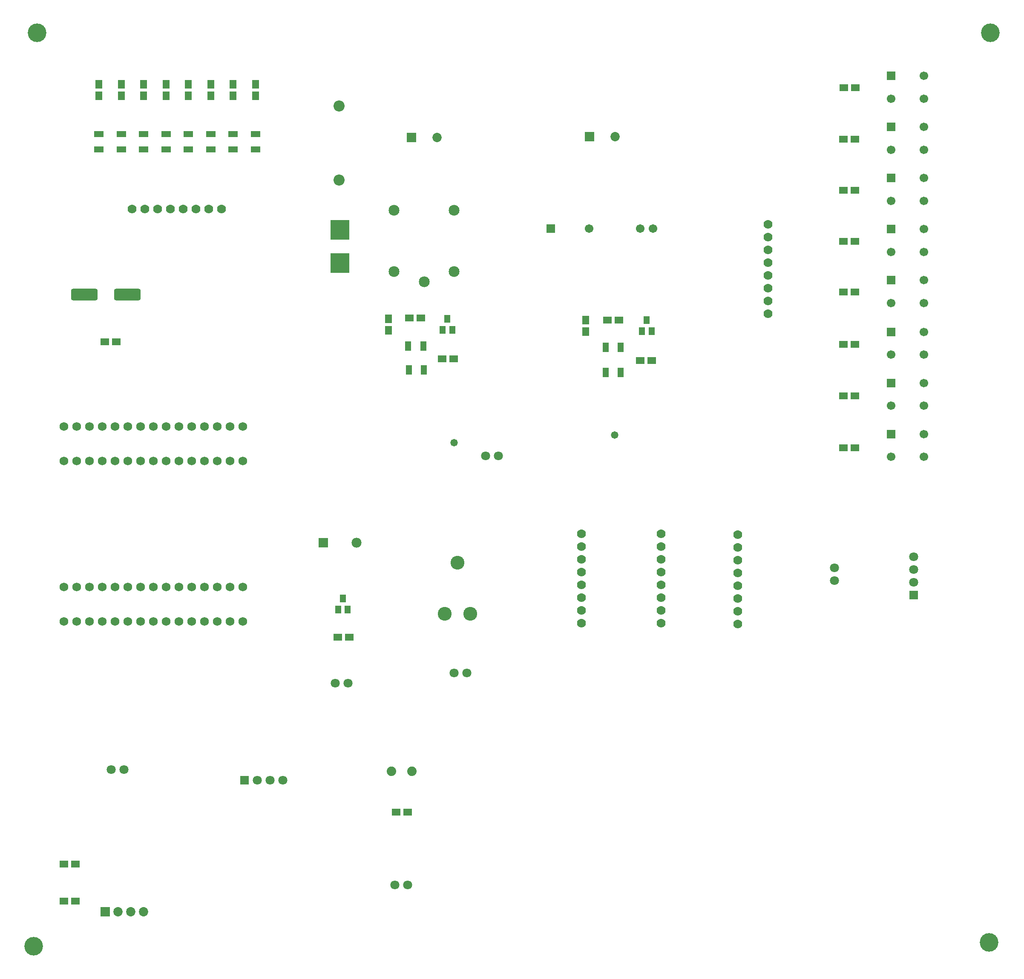
<source format=gts>
G04*
G04 #@! TF.GenerationSoftware,Altium Limited,Altium Designer,23.1.1 (15)*
G04*
G04 Layer_Color=8388736*
%FSLAX44Y44*%
%MOMM*%
G71*
G04*
G04 #@! TF.SameCoordinates,AA1C95EE-6770-4743-BBAD-D3AA2F0EE2A5*
G04*
G04*
G04 #@! TF.FilePolarity,Negative*
G04*
G01*
G75*
G04:AMPARAMS|DCode=24|XSize=5.2632mm|YSize=2.3132mm|CornerRadius=0.3654mm|HoleSize=0mm|Usage=FLASHONLY|Rotation=0.000|XOffset=0mm|YOffset=0mm|HoleType=Round|Shape=RoundedRectangle|*
%AMROUNDEDRECTD24*
21,1,5.2632,1.5825,0,0,0.0*
21,1,4.5325,2.3132,0,0,0.0*
1,1,0.7307,2.2663,-0.7913*
1,1,0.7307,-2.2663,-0.7913*
1,1,0.7307,-2.2663,0.7913*
1,1,0.7307,2.2663,0.7913*
%
%ADD24ROUNDEDRECTD24*%
%ADD25R,1.7272X1.4732*%
%ADD26R,1.4732X1.7272*%
%ADD27R,1.2032X1.6032*%
%ADD28R,1.2132X1.9332*%
%ADD29R,3.7592X4.0132*%
%ADD30R,1.9332X1.2132*%
%ADD31C,1.8532*%
%ADD32R,1.8532X1.8532*%
%ADD33C,3.7032*%
%ADD34C,1.9812*%
%ADD35R,1.9812X1.9812*%
%ADD36C,2.1532*%
%ADD37C,1.8082*%
%ADD38C,1.7780*%
%ADD39C,2.7432*%
%ADD40C,1.7012*%
%ADD41R,1.7012X1.7012*%
%ADD42C,1.7332*%
%ADD43R,1.7112X1.7112*%
%ADD44C,1.7112*%
%ADD45R,1.8082X1.8082*%
%ADD46C,1.8542*%
%ADD47R,1.8542X1.8542*%
%ADD48C,2.2032*%
%ADD49C,1.8796*%
%ADD50R,1.8082X1.8082*%
%ADD51C,2.7032*%
%ADD52C,1.4732*%
D24*
X239600Y1350010D02*
D03*
X154100D02*
D03*
D25*
X217170Y1256030D02*
D03*
X194310D02*
D03*
X113030Y217170D02*
D03*
X135890D02*
D03*
X680720Y668020D02*
D03*
X657860D02*
D03*
X1258570Y1218946D02*
D03*
X1281430D02*
D03*
X1216660Y1298780D02*
D03*
X1193800D02*
D03*
X822960Y1303020D02*
D03*
X800100D02*
D03*
X113030Y143510D02*
D03*
X135890D02*
D03*
X887730Y1221740D02*
D03*
X864870D02*
D03*
X1685290Y1658620D02*
D03*
X1662430D02*
D03*
X1685290Y1557020D02*
D03*
X1662430D02*
D03*
X1685290Y1455420D02*
D03*
X1662430D02*
D03*
X1685290Y1045210D02*
D03*
X1662430D02*
D03*
X1685290Y1148080D02*
D03*
X1662430D02*
D03*
X1685290Y1250950D02*
D03*
X1662430D02*
D03*
X1685290Y1355090D02*
D03*
X1662430D02*
D03*
X796290Y320040D02*
D03*
X773430D02*
D03*
X1686560Y1761490D02*
D03*
X1663700D02*
D03*
D26*
X494030Y1744980D02*
D03*
Y1767840D02*
D03*
X405130Y1744980D02*
D03*
Y1767840D02*
D03*
X449580Y1744980D02*
D03*
Y1767840D02*
D03*
X1150620Y1298780D02*
D03*
Y1275920D02*
D03*
X758190Y1301750D02*
D03*
Y1278890D02*
D03*
X271780Y1744980D02*
D03*
Y1767840D02*
D03*
X316230Y1744980D02*
D03*
Y1767840D02*
D03*
X360680Y1744980D02*
D03*
Y1767840D02*
D03*
X227330Y1744980D02*
D03*
Y1767840D02*
D03*
X182880Y1744980D02*
D03*
Y1767840D02*
D03*
D27*
X668020Y745060D02*
D03*
X677520Y723060D02*
D03*
X658520D02*
D03*
X1271880Y1298780D02*
D03*
X1281380Y1276780D02*
D03*
X1262380D02*
D03*
X875690Y1301320D02*
D03*
X885190Y1279320D02*
D03*
X866190D02*
D03*
D28*
X1190130Y1244600D02*
D03*
X1220330D02*
D03*
X1220330Y1195070D02*
D03*
X1190130D02*
D03*
X829170Y1200150D02*
D03*
X798970D02*
D03*
X797700Y1247140D02*
D03*
X827900D02*
D03*
D29*
X661670Y1412240D02*
D03*
Y1478240D02*
D03*
D30*
X449580Y1668780D02*
D03*
Y1638580D02*
D03*
X182880Y1668780D02*
D03*
Y1638580D02*
D03*
X227330Y1668780D02*
D03*
Y1638580D02*
D03*
X271780Y1668780D02*
D03*
Y1638580D02*
D03*
X316230Y1668780D02*
D03*
Y1638580D02*
D03*
X360680Y1668780D02*
D03*
Y1638580D02*
D03*
X405130Y1668780D02*
D03*
Y1638580D02*
D03*
X494030Y1668780D02*
D03*
Y1638580D02*
D03*
D31*
X1209040Y1663700D02*
D03*
X854710Y1662430D02*
D03*
D32*
X1158240Y1663700D02*
D03*
X803910Y1662430D02*
D03*
D33*
X53340Y53340D02*
D03*
X1951990Y60960D02*
D03*
X1954530Y1870710D02*
D03*
X59690D02*
D03*
D34*
X694690Y855980D02*
D03*
D35*
X628650D02*
D03*
D36*
X889310Y1517690D02*
D03*
X769310D02*
D03*
Y1395690D02*
D03*
X889310D02*
D03*
X829310Y1375690D02*
D03*
D37*
X207010Y405130D02*
D03*
X232410D02*
D03*
X652780Y576580D02*
D03*
X678180D02*
D03*
X770890Y175260D02*
D03*
X796290D02*
D03*
X951230Y1028700D02*
D03*
X976630D02*
D03*
X914670Y597170D02*
D03*
X889270D02*
D03*
X1644920Y806180D02*
D03*
Y780780D02*
D03*
X1802130Y828040D02*
D03*
Y802640D02*
D03*
Y777240D02*
D03*
X548640Y383540D02*
D03*
X523240D02*
D03*
X497840D02*
D03*
D38*
X1300480Y695960D02*
D03*
Y772160D02*
D03*
Y797560D02*
D03*
Y822960D02*
D03*
Y848360D02*
D03*
Y873760D02*
D03*
Y746760D02*
D03*
Y721360D02*
D03*
X1141730Y695960D02*
D03*
Y772160D02*
D03*
Y797560D02*
D03*
Y822960D02*
D03*
Y848360D02*
D03*
Y873760D02*
D03*
Y746760D02*
D03*
Y721360D02*
D03*
X1452880Y694690D02*
D03*
Y770890D02*
D03*
Y796290D02*
D03*
Y821690D02*
D03*
Y847090D02*
D03*
Y872490D02*
D03*
Y745490D02*
D03*
Y720090D02*
D03*
X426720Y1520190D02*
D03*
X350520D02*
D03*
X325120D02*
D03*
X299720D02*
D03*
X274320D02*
D03*
X248920D02*
D03*
X375920D02*
D03*
X401320D02*
D03*
X1512570Y1311910D02*
D03*
Y1388110D02*
D03*
Y1413510D02*
D03*
Y1438910D02*
D03*
Y1464310D02*
D03*
Y1489710D02*
D03*
Y1362710D02*
D03*
Y1337310D02*
D03*
D39*
X895350Y816610D02*
D03*
X869950Y715010D02*
D03*
X920750D02*
D03*
D40*
X1822840Y1581540D02*
D03*
Y1536540D02*
D03*
X1757840D02*
D03*
X1822840Y1479940D02*
D03*
Y1434940D02*
D03*
X1757840D02*
D03*
X1822840Y1378340D02*
D03*
Y1333340D02*
D03*
X1757840D02*
D03*
X1822840Y1173870D02*
D03*
Y1128870D02*
D03*
X1757840D02*
D03*
X1822840Y1072270D02*
D03*
Y1027270D02*
D03*
X1757840D02*
D03*
X1822840Y1683140D02*
D03*
Y1638140D02*
D03*
X1757840D02*
D03*
X1822840Y1784740D02*
D03*
Y1739740D02*
D03*
X1757840D02*
D03*
X1822840Y1275470D02*
D03*
Y1230470D02*
D03*
X1757840D02*
D03*
D41*
Y1581540D02*
D03*
Y1479940D02*
D03*
Y1378340D02*
D03*
Y1173870D02*
D03*
Y1072270D02*
D03*
Y1683140D02*
D03*
Y1784740D02*
D03*
Y1275470D02*
D03*
D42*
X468630Y699770D02*
D03*
X443230D02*
D03*
X417830D02*
D03*
X392430D02*
D03*
X367030D02*
D03*
X341630D02*
D03*
X316230D02*
D03*
X290830D02*
D03*
X265430D02*
D03*
X240030D02*
D03*
X214630D02*
D03*
X189230D02*
D03*
X163830D02*
D03*
X138430D02*
D03*
X113030D02*
D03*
Y768350D02*
D03*
X138430D02*
D03*
X163830D02*
D03*
X189230D02*
D03*
X214630D02*
D03*
X240030D02*
D03*
X265430D02*
D03*
X290830D02*
D03*
X316230D02*
D03*
X341630D02*
D03*
X367030D02*
D03*
X392430D02*
D03*
X417830D02*
D03*
X443230D02*
D03*
X468630D02*
D03*
Y1018540D02*
D03*
X443230D02*
D03*
X417830D02*
D03*
X392430D02*
D03*
X367030D02*
D03*
X341630D02*
D03*
X316230D02*
D03*
X290830D02*
D03*
X265430D02*
D03*
X240030D02*
D03*
X214630D02*
D03*
X189230D02*
D03*
X163830D02*
D03*
X138430D02*
D03*
X113030D02*
D03*
Y1087120D02*
D03*
X138430D02*
D03*
X163830D02*
D03*
X189230D02*
D03*
X214630D02*
D03*
X240030D02*
D03*
X265430D02*
D03*
X290830D02*
D03*
X316230D02*
D03*
X341630D02*
D03*
X367030D02*
D03*
X392430D02*
D03*
X417830D02*
D03*
X443230D02*
D03*
X468630D02*
D03*
D43*
X1080770Y1480850D02*
D03*
D44*
X1156970D02*
D03*
X1258570D02*
D03*
X1283970D02*
D03*
D45*
X1802130Y751840D02*
D03*
D46*
X271780Y122530D02*
D03*
X246380D02*
D03*
X220980D02*
D03*
D47*
X195580D02*
D03*
D48*
X660400Y1577340D02*
D03*
Y1724660D02*
D03*
D49*
X764860Y401320D02*
D03*
X804860D02*
D03*
D50*
X472440Y383540D02*
D03*
D51*
X53340Y53340D02*
D03*
X1951990Y60960D02*
D03*
X1954530Y1870710D02*
D03*
X59690D02*
D03*
D52*
X889000Y1055370D02*
D03*
X1207770Y1070610D02*
D03*
M02*

</source>
